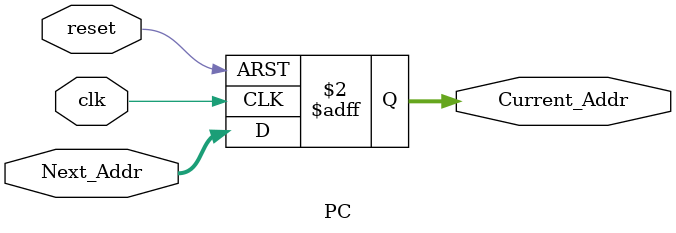
<source format=v>
`timescale 1ns / 1ps


module PC#(
    parameter ADDR_WIDTH = 32     
)(
    input wire clk,
    input wire reset,
    input wire [ADDR_WIDTH - 1:0] Next_Addr,
    output reg [ADDR_WIDTH - 1:0] Current_Addr
    );
    always@(posedge clk or posedge reset) begin
        if(reset) Current_Addr = 0;
        else Current_Addr = Next_Addr;
    end
endmodule

</source>
